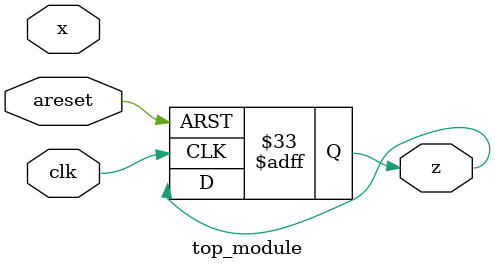
<source format=sv>
module top_module (
    input clk,
    input areset,
    input x,
    output reg z
);

reg [2:0] count;
reg [7:0] complement;
reg state;

parameter IDLE = 1'b0;
parameter COMPUTE = 1'b1;

always @(posedge clk, posedge areset) begin
    if (areset) begin
        state <= IDLE;
        count <= 0;
        complement <= 0;
        z <= 0;
    end
    else begin
        case (state)
            IDLE: begin
                if (!areset) begin
                    state <= COMPUTE;
                    count <= 1;
                    complement <= 0;
                end
            end
            COMPUTE: begin
                complement <= {complement[6:0], x};
                count <= count + 1;
                if (count == 8) begin
                    complement <= ~complement + 1;
                    z <= complement[0];
                    state <= IDLE;
                    count <= 0;
                end
            end
        endcase
    end
end

endmodule

</source>
